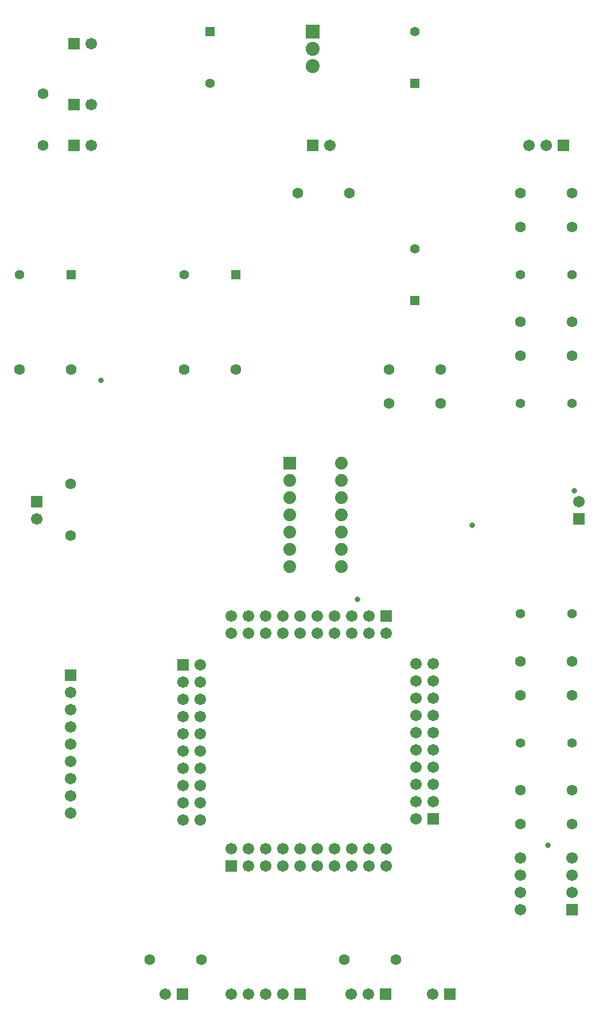
<source format=gbs>
G04 Layer_Color=16711935*
%FSLAX25Y25*%
%MOIN*%
G70*
G01*
G75*
%ADD32C,0.06700*%
%ADD33R,0.06700X0.06700*%
%ADD34C,0.07400*%
%ADD35R,0.07400X0.07400*%
%ADD36C,0.05524*%
%ADD37R,0.05524X0.05524*%
%ADD38R,0.05524X0.05524*%
%ADD39C,0.06706*%
%ADD40R,0.06706X0.06706*%
%ADD41R,0.06706X0.06706*%
%ADD42C,0.08123*%
%ADD43R,0.08123X0.08123*%
%ADD44C,0.06312*%
%ADD45C,0.03162*%
D32*
X320394Y88110D02*
D03*
Y98110D02*
D03*
Y108110D02*
D03*
Y118110D02*
D03*
X350394D02*
D03*
Y108110D02*
D03*
Y98110D02*
D03*
D33*
Y88110D02*
D03*
D34*
X216535Y347165D02*
D03*
Y337165D02*
D03*
Y327165D02*
D03*
Y317165D02*
D03*
Y307165D02*
D03*
Y297165D02*
D03*
Y287165D02*
D03*
X186535D02*
D03*
Y297165D02*
D03*
Y307165D02*
D03*
Y317165D02*
D03*
Y327165D02*
D03*
Y337165D02*
D03*
D35*
Y347165D02*
D03*
D36*
X140157Y567677D02*
D03*
X259055Y597677D02*
D03*
Y471693D02*
D03*
X320433Y456693D02*
D03*
X350433D02*
D03*
X320433Y381890D02*
D03*
X350433D02*
D03*
X125157Y456693D02*
D03*
X350433Y185039D02*
D03*
X320433D02*
D03*
X350433Y259842D02*
D03*
X320433D02*
D03*
X29488Y456693D02*
D03*
D37*
X140157Y597677D02*
D03*
X259055Y567677D02*
D03*
Y441693D02*
D03*
D38*
X155157Y456693D02*
D03*
X59488D02*
D03*
D39*
X354331Y324961D02*
D03*
X39370Y314803D02*
D03*
X209606Y531496D02*
D03*
X114016Y39370D02*
D03*
X59055Y214173D02*
D03*
Y144173D02*
D03*
Y154173D02*
D03*
Y164173D02*
D03*
Y174173D02*
D03*
Y184173D02*
D03*
Y194173D02*
D03*
Y204173D02*
D03*
X71024Y590551D02*
D03*
X182520Y39370D02*
D03*
X172520D02*
D03*
X162520D02*
D03*
X152520D02*
D03*
X269528D02*
D03*
X222126D02*
D03*
X232126D02*
D03*
X325433Y531496D02*
D03*
X335433D02*
D03*
X71024Y555118D02*
D03*
X71024Y531496D02*
D03*
X259843Y230709D02*
D03*
X269843D02*
D03*
X259843Y220709D02*
D03*
X269843D02*
D03*
X259843Y210709D02*
D03*
X269843D02*
D03*
X259843Y200709D02*
D03*
X269843D02*
D03*
X259843Y190709D02*
D03*
X269843D02*
D03*
X259843Y180709D02*
D03*
X269843D02*
D03*
X259843Y170709D02*
D03*
X269843D02*
D03*
X259843Y160709D02*
D03*
X269843D02*
D03*
X259843Y150709D02*
D03*
X269843D02*
D03*
X259843Y140709D02*
D03*
X152520Y248661D02*
D03*
Y258661D02*
D03*
X162520Y248661D02*
D03*
Y258661D02*
D03*
X172520Y248661D02*
D03*
Y258661D02*
D03*
X182520Y248661D02*
D03*
Y258661D02*
D03*
X192520Y248661D02*
D03*
Y258661D02*
D03*
X202520Y248661D02*
D03*
Y258661D02*
D03*
X212520Y248661D02*
D03*
Y258661D02*
D03*
X222520Y248661D02*
D03*
Y258661D02*
D03*
X232520Y248661D02*
D03*
Y258661D02*
D03*
X242520Y248661D02*
D03*
X134252Y140079D02*
D03*
X124252D02*
D03*
X134252Y150079D02*
D03*
X124252D02*
D03*
X134252Y160079D02*
D03*
X124252D02*
D03*
X134252Y170079D02*
D03*
X124252D02*
D03*
X134252Y180079D02*
D03*
X124252D02*
D03*
X134252Y190079D02*
D03*
X124252D02*
D03*
X134252Y200079D02*
D03*
X124252D02*
D03*
X134252Y210079D02*
D03*
X124252D02*
D03*
X134252Y220079D02*
D03*
X124252D02*
D03*
X134252Y230079D02*
D03*
X242520Y123386D02*
D03*
Y113386D02*
D03*
X232520Y123386D02*
D03*
Y113386D02*
D03*
X222520Y123386D02*
D03*
Y113386D02*
D03*
X212520Y123386D02*
D03*
Y113386D02*
D03*
X202520Y123386D02*
D03*
Y113386D02*
D03*
X192520Y123386D02*
D03*
Y113386D02*
D03*
X182520Y123386D02*
D03*
Y113386D02*
D03*
X172520Y123386D02*
D03*
Y113386D02*
D03*
X162520Y123386D02*
D03*
Y113386D02*
D03*
X152520Y123386D02*
D03*
D40*
X354331Y314961D02*
D03*
X39370Y324803D02*
D03*
X59055Y224173D02*
D03*
X269843Y140709D02*
D03*
X124252Y230079D02*
D03*
D41*
X199606Y531496D02*
D03*
X124016Y39370D02*
D03*
X61024Y590551D02*
D03*
X192520Y39370D02*
D03*
X279528D02*
D03*
X242126D02*
D03*
X345433Y531496D02*
D03*
X61024Y555118D02*
D03*
X61024Y531496D02*
D03*
X242520Y258661D02*
D03*
X152520Y113386D02*
D03*
D42*
X199606Y577638D02*
D03*
Y587638D02*
D03*
D43*
Y597638D02*
D03*
D44*
X59055Y305079D02*
D03*
Y335079D02*
D03*
X220906Y503937D02*
D03*
X190906D02*
D03*
X135079Y59055D02*
D03*
X105079D02*
D03*
X218071D02*
D03*
X248071D02*
D03*
X244055Y401575D02*
D03*
X274055D02*
D03*
Y381890D02*
D03*
X244055D02*
D03*
X350433Y503937D02*
D03*
X320433D02*
D03*
Y484252D02*
D03*
X350433D02*
D03*
Y429134D02*
D03*
X320433D02*
D03*
Y409449D02*
D03*
X350433D02*
D03*
X42913Y561457D02*
D03*
Y531457D02*
D03*
X125158Y401575D02*
D03*
X155158D02*
D03*
X320433Y137795D02*
D03*
X350433D02*
D03*
Y157480D02*
D03*
X320433D02*
D03*
Y212598D02*
D03*
X350433D02*
D03*
Y232283D02*
D03*
X320433D02*
D03*
X59488Y401575D02*
D03*
X29488D02*
D03*
D45*
X336221Y125591D02*
D03*
X351850Y331250D02*
D03*
X292250Y311250D02*
D03*
X76850Y395050D02*
D03*
X225850Y268050D02*
D03*
M02*

</source>
